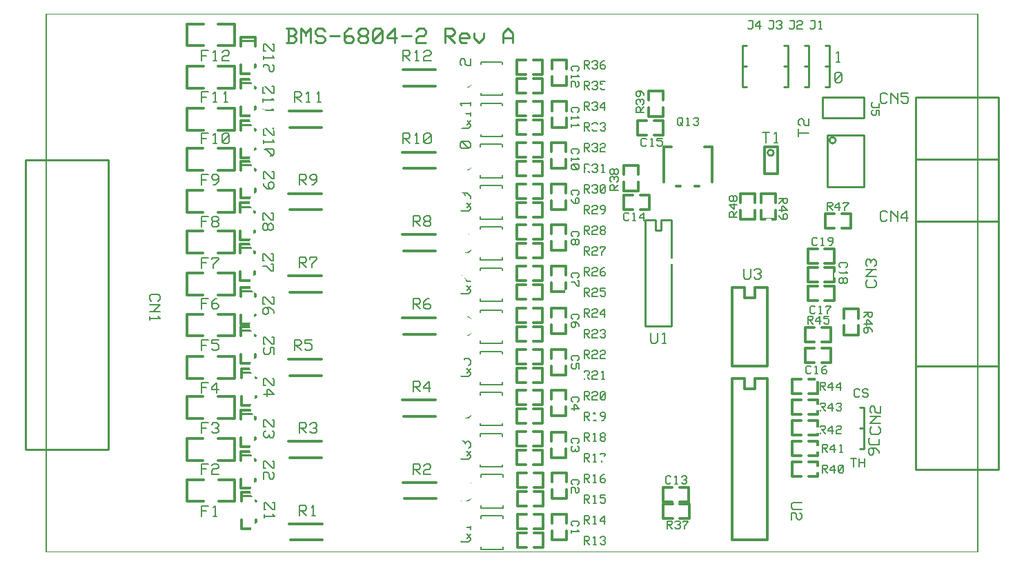
<source format=gto>
G04*
G04 Format:               Gerber RS-274X*
G04 Layer:                TopSilkscreen*
G04 This File Name:       bms.gto*
G04 Source File Name:     bms.rrb*
G04 Unique ID:            f0a94124-7116-492a-8d2f-4ebec7e5445f*
G04 Generated Date:       Thursday, 13 March 2014 15:34:31*
G04*
G04 Created Using:        Robot Room Copper Connection v2.5.5143*
G04 Software Contact:     http://www.robotroom.com/CopperConnection/Support.aspx*
G04 License Number:       1402*
G04*
G04 Zero Suppression:     Leading*
G04 Number Precision:     2.4*
G04*
%FSLAX24Y24*%
%MOIN*%
%LNTopSilkscreen*%
%ADD10C,.006*%
%ADD11C,.0062*%
%ADD12C,.0079*%
%ADD13C,.01*%
%ADD14C,.0109*%
%ADD15C,.012*%
%ADD16C,.031*%
%ADD17C,.037*%
%ADD18C,.056*%
%ADD19C,.07*%
%ADD20C,.1*%
%ADD21C,.25*%
%ADD22R,.006X.006*%
%ADD23R,.056X.056*%
%ADD24R,.07X.07*%
%ADD25R,.02X.026*%
%ADD26R,.03X.03*%
%ADD27R,.03X.055*%
%ADD28R,.04X.06*%
%ADD29R,.045X.08*%
%ADD30R,.053X.039*%
%ADD31R,.059X.039*%
%ADD32R,.059X.118*%
%ADD33R,.064X.064*%
%ADD34R,.08X.01*%
%ADD35R,.081X.114*%
%ADD36R,.13X.065*%
D10*
G01X21010Y250D02*
Y130D01*
X22070D01*
Y250D01*
Y1620D02*
Y1740D01*
X22030D02*
X21010D01*
Y1620D01*
Y2250D02*
Y2130D01*
X22070D01*
Y2250D01*
Y3620D02*
Y3740D01*
X22030D02*
X21010D01*
Y3620D01*
X20980Y4230D02*
Y4110D01*
X22040D01*
Y4230D01*
Y5600D02*
Y5720D01*
X22000D02*
X20980D01*
Y5600D01*
Y6230D02*
Y6110D01*
X22040D01*
Y6230D01*
Y7600D02*
Y7720D01*
X22000D02*
X20980D01*
Y7600D01*
Y8210D02*
Y8090D01*
X22040D01*
Y8210D01*
Y9580D02*
Y9700D01*
X22000D02*
X20980D01*
Y9580D01*
Y10210D02*
Y10090D01*
X22040D01*
Y10210D01*
Y11580D02*
Y11700D01*
X22000D02*
X20980D01*
Y11580D01*
Y12240D02*
Y12120D01*
X22040D01*
Y12240D01*
Y13610D02*
Y13730D01*
X22000D02*
X20980D01*
Y13610D01*
Y14240D02*
Y14120D01*
X22040D01*
Y14240D01*
Y15610D02*
Y15730D01*
X22000D02*
X20980D01*
Y15610D01*
Y16220D02*
Y16100D01*
X22040D01*
Y16220D01*
Y17590D02*
Y17710D01*
X22000D02*
X20980D01*
Y17590D01*
Y18220D02*
Y18100D01*
X22040D01*
Y18220D01*
Y19590D02*
Y19710D01*
X22000D02*
X20980D01*
Y19590D01*
X20990Y20200D02*
Y20080D01*
X22050D01*
Y20200D01*
Y21570D02*
Y21690D01*
X22010D02*
X20990D01*
Y21570D01*
Y22200D02*
Y22080D01*
X22050D01*
Y22200D01*
Y23570D02*
Y23690D01*
X22010D02*
X20990D01*
Y23570D01*
X26000Y750D02*
Y368D01*
Y750D02*
X26191D01*
X26255Y686D01*
Y623D01*
X26191Y559D01*
X26000D01*
X26064D02*
X26255Y368D01*
X26446Y686D02*
X26510Y750D01*
Y368D01*
X26446D02*
X26574D01*
X26765Y686D02*
X26829Y750D01*
X26956D01*
X27020Y686D01*
Y623D01*
X26956Y559D01*
X26892D01*
X26956D02*
X27020Y495D01*
Y431D01*
X26956Y368D01*
X26829D01*
X26765Y431D01*
X26000Y1750D02*
Y1367D01*
Y1750D02*
X26191D01*
X26255Y1686D01*
Y1622D01*
X26191Y1559D01*
X26000D01*
X26064D02*
X26255Y1367D01*
X26446Y1686D02*
X26510Y1750D01*
Y1367D01*
X26446D02*
X26574D01*
X27020Y1495D02*
X26765D01*
Y1559D01*
X26956Y1750D01*
Y1367D01*
X25431Y1245D02*
X25367Y1309D01*
Y1436D01*
X25431Y1500D01*
X25686D01*
X25750Y1436D01*
Y1309D01*
X25686Y1245D01*
Y1054D02*
X25750Y990D01*
X25367D01*
Y1054D02*
Y926D01*
X26000Y2750D02*
Y2368D01*
Y2750D02*
X26191D01*
X26255Y2686D01*
Y2623D01*
X26191Y2559D01*
X26000D01*
X26064D02*
X26255Y2368D01*
X26446Y2686D02*
X26510Y2750D01*
Y2368D01*
X26446D02*
X26574D01*
X26765Y2623D02*
Y2750D01*
X27020D01*
X26765Y2623D02*
X26956D01*
X27020Y2559D01*
Y2431D01*
X26956Y2368D01*
X26829D01*
X26765Y2431D01*
X26000Y3750D02*
Y3367D01*
Y3750D02*
X26191D01*
X26255Y3686D01*
Y3622D01*
X26191Y3559D01*
X26000D01*
X26064D02*
X26255Y3367D01*
X26446Y3686D02*
X26510Y3750D01*
Y3367D01*
X26446D02*
X26574D01*
X26765Y3495D02*
X26829Y3559D01*
X26956D01*
X27020Y3495D01*
Y3431D01*
X26956Y3367D01*
X26829D01*
X26765Y3431D01*
Y3495D01*
Y3622D01*
X26892Y3750D01*
X26956D01*
X25431Y3245D02*
X25367Y3309D01*
Y3436D01*
X25431Y3500D01*
X25686D01*
X25750Y3436D01*
Y3309D01*
X25686Y3245D01*
Y3118D02*
X25750Y3054D01*
Y2926D01*
X25686Y2863D01*
X25622D01*
X25559Y2926D01*
Y3054D01*
X25495Y3118D01*
X25367D01*
Y2863D01*
X30000Y1500D02*
Y1118D01*
Y1500D02*
X30191D01*
X30255Y1436D01*
Y1373D01*
X30191Y1309D01*
X30000D01*
X30064D02*
X30255Y1118D01*
X30382Y1436D02*
X30446Y1500D01*
X30574D01*
X30637Y1436D01*
Y1373D01*
X30574Y1309D01*
X30510D01*
X30574D02*
X30637Y1245D01*
Y1181D01*
X30574Y1118D01*
X30446D01*
X30382Y1181D01*
X30765Y1436D02*
Y1500D01*
X31020D01*
Y1436D01*
X30829Y1245D01*
Y1118D01*
X30185Y3351D02*
X30121Y3288D01*
X29994D01*
X29930Y3351D01*
Y3606D01*
X29994Y3670D01*
X30121D01*
X30185Y3606D01*
X30376D02*
X30440Y3670D01*
Y3288D01*
X30376D02*
X30504D01*
X30695Y3606D02*
X30759Y3670D01*
X30886D01*
X30950Y3606D01*
Y3543D01*
X30886Y3479D01*
X30822D01*
X30886D02*
X30950Y3415D01*
Y3351D01*
X30886Y3288D01*
X30759D01*
X30695Y3351D01*
X26000Y4750D02*
Y4368D01*
Y4750D02*
X26191D01*
X26255Y4686D01*
Y4623D01*
X26191Y4559D01*
X26000D01*
X26064D02*
X26255Y4368D01*
X26446Y4686D02*
X26510Y4750D01*
Y4368D01*
X26446D02*
X26574D01*
X26765Y4686D02*
Y4750D01*
X27020D01*
Y4686D01*
X26829Y4495D01*
Y4368D01*
X26000Y6750D02*
Y6367D01*
Y6750D02*
X26191D01*
X26255Y6686D01*
Y6622D01*
X26191Y6559D01*
X26000D01*
X26064D02*
X26255Y6367D01*
X26446Y6686D02*
X26510Y6750D01*
Y6367D01*
X26446D02*
X26574D01*
X27020Y6622D02*
X26956Y6559D01*
X26829D01*
X26765Y6622D01*
Y6686D01*
X26829Y6750D01*
X26956D01*
X27020Y6686D01*
Y6495D01*
X26892Y6367D01*
X26829D01*
X26000Y7750D02*
Y7368D01*
Y7750D02*
X26191D01*
X26255Y7686D01*
Y7623D01*
X26191Y7559D01*
X26000D01*
X26064D02*
X26255Y7368D01*
X26383Y7686D02*
X26446Y7750D01*
X26574D01*
X26638Y7686D01*
Y7623D01*
X26574Y7559D01*
X26446D01*
X26383Y7495D01*
Y7368D01*
X26638D01*
X26765Y7431D02*
Y7686D01*
X26829Y7750D01*
X26956D01*
X27020Y7686D01*
Y7431D01*
X26956Y7368D01*
X26829D01*
X26765Y7431D01*
X27020Y7686D02*
X26765Y7431D01*
X25431Y7245D02*
X25367Y7309D01*
Y7436D01*
X25431Y7500D01*
X25686D01*
X25750Y7436D01*
Y7309D01*
X25686Y7245D01*
X25495Y6862D02*
Y7117D01*
X25559D01*
X25750Y6926D01*
X25367D01*
X26000Y5750D02*
Y5368D01*
Y5750D02*
X26191D01*
X26255Y5686D01*
Y5623D01*
X26191Y5559D01*
X26000D01*
X26064D02*
X26255Y5368D01*
X26446Y5686D02*
X26510Y5750D01*
Y5368D01*
X26446D02*
X26574D01*
X26829Y5559D02*
X26765Y5623D01*
Y5686D01*
X26829Y5750D01*
X26956D01*
X27020Y5686D01*
Y5623D01*
X26956Y5559D01*
X26829D01*
X26956D02*
X27020Y5495D01*
Y5431D01*
X26956Y5368D01*
X26829D01*
X26765Y5431D01*
Y5495D01*
X26829Y5559D01*
X25431Y5245D02*
X25367Y5309D01*
Y5436D01*
X25431Y5500D01*
X25686D01*
X25750Y5436D01*
Y5309D01*
X25686Y5245D01*
Y5117D02*
X25750Y5054D01*
Y4926D01*
X25686Y4863D01*
X25622D01*
X25559Y4926D01*
Y4990D01*
Y4926D02*
X25495Y4863D01*
X25431D01*
X25367Y4926D01*
Y5054D01*
X25431Y5117D01*
X26000Y8750D02*
Y8367D01*
Y8750D02*
X26191D01*
X26255Y8686D01*
Y8622D01*
X26191Y8559D01*
X26000D01*
X26064D02*
X26255Y8367D01*
X26383Y8686D02*
X26446Y8750D01*
X26574D01*
X26638Y8686D01*
Y8622D01*
X26574Y8559D01*
X26446D01*
X26383Y8495D01*
Y8367D01*
X26638D01*
X26829Y8686D02*
X26892Y8750D01*
Y8367D01*
X26829D02*
X26956D01*
X26000Y10750D02*
Y10368D01*
Y10750D02*
X26191D01*
X26255Y10686D01*
Y10623D01*
X26191Y10559D01*
X26000D01*
X26064D02*
X26255Y10368D01*
X26383Y10686D02*
X26446Y10750D01*
X26574D01*
X26638Y10686D01*
Y10623D01*
X26574Y10559D01*
X26446D01*
X26383Y10495D01*
Y10368D01*
X26638D01*
X26765Y10686D02*
X26829Y10750D01*
X26956D01*
X27020Y10686D01*
Y10623D01*
X26956Y10559D01*
X26892D01*
X26956D02*
X27020Y10495D01*
Y10431D01*
X26956Y10368D01*
X26829D01*
X26765Y10431D01*
X26000Y11750D02*
Y11367D01*
Y11750D02*
X26191D01*
X26255Y11686D01*
Y11622D01*
X26191Y11559D01*
X26000D01*
X26064D02*
X26255Y11367D01*
X26383Y11686D02*
X26446Y11750D01*
X26574D01*
X26638Y11686D01*
Y11622D01*
X26574Y11559D01*
X26446D01*
X26383Y11495D01*
Y11367D01*
X26638D01*
X27020Y11495D02*
X26765D01*
Y11559D01*
X26956Y11750D01*
Y11367D01*
X25431Y11245D02*
X25367Y11309D01*
Y11436D01*
X25431Y11500D01*
X25686D01*
X25750Y11436D01*
Y11309D01*
X25686Y11245D01*
X25495Y11118D02*
X25559Y11054D01*
Y10926D01*
X25495Y10863D01*
X25431D01*
X25367Y10926D01*
Y11054D01*
X25431Y11118D01*
X25495D01*
X25622D01*
X25750Y10990D01*
Y10926D01*
X26000Y9750D02*
Y9368D01*
Y9750D02*
X26191D01*
X26255Y9686D01*
Y9623D01*
X26191Y9559D01*
X26000D01*
X26064D02*
X26255Y9368D01*
X26383Y9686D02*
X26446Y9750D01*
X26574D01*
X26638Y9686D01*
Y9623D01*
X26574Y9559D01*
X26446D01*
X26383Y9495D01*
Y9368D01*
X26638D01*
X26765Y9686D02*
X26829Y9750D01*
X26956D01*
X27020Y9686D01*
Y9623D01*
X26956Y9559D01*
X26829D01*
X26765Y9495D01*
Y9368D01*
X27020D01*
X25431Y9245D02*
X25367Y9309D01*
Y9436D01*
X25431Y9500D01*
X25686D01*
X25750Y9436D01*
Y9309D01*
X25686Y9245D01*
X25622Y9118D02*
X25750D01*
Y8863D01*
X25622Y9118D02*
Y8926D01*
X25559Y8863D01*
X25431D01*
X25367Y8926D01*
Y9054D01*
X25431Y9118D01*
X27250Y17500D02*
X27633D01*
X27250D02*
Y17691D01*
X27314Y17755D01*
X27378D01*
X27441Y17691D01*
Y17500D01*
Y17564D02*
X27633Y17755D01*
X27314Y17882D02*
X27250Y17946D01*
Y18074D01*
X27314Y18137D01*
X27378D01*
X27441Y18074D01*
Y18010D01*
Y18074D02*
X27505Y18137D01*
X27569D01*
X27633Y18074D01*
Y17946D01*
X27569Y17882D01*
X27441Y18329D02*
X27378Y18265D01*
X27314D01*
X27250Y18329D01*
Y18456D01*
X27314Y18520D01*
X27378D01*
X27441Y18456D01*
Y18329D01*
Y18456D02*
X27505Y18520D01*
X27569D01*
X27633Y18456D01*
Y18329D01*
X27569Y18265D01*
X27505D01*
X27441Y18329D01*
X36954Y25680D02*
X37145D01*
Y25361D01*
X37081Y25298D01*
X36954D01*
X36890Y25361D01*
X37336Y25616D02*
X37400Y25680D01*
Y25298D01*
X37336D02*
X37464D01*
X26000Y12750D02*
Y12368D01*
Y12750D02*
X26191D01*
X26255Y12686D01*
Y12623D01*
X26191Y12559D01*
X26000D01*
X26064D02*
X26255Y12368D01*
X26383Y12686D02*
X26446Y12750D01*
X26574D01*
X26638Y12686D01*
Y12623D01*
X26574Y12559D01*
X26446D01*
X26383Y12495D01*
Y12368D01*
X26638D01*
X26765Y12623D02*
Y12750D01*
X27020D01*
X26765Y12623D02*
X26956D01*
X27020Y12559D01*
Y12431D01*
X26956Y12368D01*
X26829D01*
X26765Y12431D01*
X26000Y14750D02*
Y14368D01*
Y14750D02*
X26191D01*
X26255Y14686D01*
Y14623D01*
X26191Y14559D01*
X26000D01*
X26064D02*
X26255Y14368D01*
X26383Y14686D02*
X26446Y14750D01*
X26574D01*
X26638Y14686D01*
Y14623D01*
X26574Y14559D01*
X26446D01*
X26383Y14495D01*
Y14368D01*
X26638D01*
X26765Y14686D02*
Y14750D01*
X27020D01*
Y14686D01*
X26829Y14495D01*
Y14368D01*
X26000Y15750D02*
Y15368D01*
Y15750D02*
X26191D01*
X26255Y15686D01*
Y15622D01*
X26191Y15559D01*
X26000D01*
X26064D02*
X26255Y15368D01*
X26383Y15686D02*
X26446Y15750D01*
X26574D01*
X26638Y15686D01*
Y15622D01*
X26574Y15559D01*
X26446D01*
X26383Y15495D01*
Y15368D01*
X26638D01*
X26829Y15559D02*
X26765Y15622D01*
Y15686D01*
X26829Y15750D01*
X26956D01*
X27020Y15686D01*
Y15622D01*
X26956Y15559D01*
X26829D01*
X26956D02*
X27020Y15495D01*
Y15431D01*
X26956Y15368D01*
X26829D01*
X26765Y15431D01*
Y15495D01*
X26829Y15559D01*
X25431Y15245D02*
X25367Y15309D01*
Y15436D01*
X25431Y15500D01*
X25686D01*
X25750Y15436D01*
Y15309D01*
X25686Y15245D01*
X25559Y15054D02*
X25622Y15117D01*
X25686D01*
X25750Y15054D01*
Y14926D01*
X25686Y14863D01*
X25622D01*
X25559Y14926D01*
Y15054D01*
Y14926D02*
X25495Y14863D01*
X25431D01*
X25367Y14926D01*
Y15054D01*
X25431Y15117D01*
X25495D01*
X25559Y15054D01*
X26000Y13750D02*
Y13368D01*
Y13750D02*
X26191D01*
X26255Y13686D01*
Y13623D01*
X26191Y13559D01*
X26000D01*
X26064D02*
X26255Y13368D01*
X26383Y13686D02*
X26446Y13750D01*
X26574D01*
X26638Y13686D01*
Y13623D01*
X26574Y13559D01*
X26446D01*
X26383Y13495D01*
Y13368D01*
X26638D01*
X26765Y13495D02*
X26829Y13559D01*
X26956D01*
X27020Y13495D01*
Y13431D01*
X26956Y13368D01*
X26829D01*
X26765Y13431D01*
Y13495D01*
Y13623D01*
X26892Y13750D01*
X26956D01*
X25431Y13245D02*
X25367Y13309D01*
Y13436D01*
X25431Y13500D01*
X25686D01*
X25750Y13436D01*
Y13309D01*
X25686Y13245D01*
Y13118D02*
X25750D01*
Y12863D01*
X25686D01*
X25495Y13054D01*
X25367D01*
X26000Y16750D02*
Y16367D01*
Y16750D02*
X26191D01*
X26255Y16686D01*
Y16622D01*
X26191Y16559D01*
X26000D01*
X26064D02*
X26255Y16367D01*
X26383Y16686D02*
X26446Y16750D01*
X26574D01*
X26638Y16686D01*
Y16622D01*
X26574Y16559D01*
X26446D01*
X26383Y16495D01*
Y16367D01*
X26638D01*
X27020Y16622D02*
X26956Y16559D01*
X26829D01*
X26765Y16622D01*
Y16686D01*
X26829Y16750D01*
X26956D01*
X27020Y16686D01*
Y16495D01*
X26892Y16367D01*
X26829D01*
X26000Y18750D02*
Y18368D01*
Y18750D02*
X26191D01*
X26255Y18686D01*
Y18623D01*
X26191Y18559D01*
X26000D01*
X26064D02*
X26255Y18368D01*
X26383Y18686D02*
X26446Y18750D01*
X26574D01*
X26638Y18686D01*
Y18623D01*
X26574Y18559D01*
X26510D01*
X26574D02*
X26638Y18495D01*
Y18431D01*
X26574Y18368D01*
X26446D01*
X26383Y18431D01*
X26829Y18686D02*
X26892Y18750D01*
Y18368D01*
X26829D02*
X26956D01*
X26000Y19750D02*
Y19367D01*
Y19750D02*
X26191D01*
X26255Y19686D01*
Y19623D01*
X26191Y19559D01*
X26000D01*
X26064D02*
X26255Y19367D01*
X26383Y19686D02*
X26446Y19750D01*
X26574D01*
X26638Y19686D01*
Y19623D01*
X26574Y19559D01*
X26510D01*
X26574D02*
X26638Y19495D01*
Y19431D01*
X26574Y19367D01*
X26446D01*
X26383Y19431D01*
X26765Y19686D02*
X26829Y19750D01*
X26956D01*
X27020Y19686D01*
Y19623D01*
X26956Y19559D01*
X26829D01*
X26765Y19495D01*
Y19367D01*
X27020D01*
X25431Y19245D02*
X25367Y19309D01*
Y19436D01*
X25431Y19500D01*
X25686D01*
X25750Y19436D01*
Y19309D01*
X25686Y19245D01*
Y19054D02*
X25750Y18990D01*
X25367D01*
Y19054D02*
Y18926D01*
X25431Y18735D02*
X25686D01*
X25750Y18671D01*
Y18544D01*
X25686Y18480D01*
X25431D01*
X25367Y18544D01*
Y18671D01*
X25431Y18735D01*
X25686Y18480D02*
X25431Y18735D01*
X26000Y17750D02*
Y17368D01*
Y17750D02*
X26191D01*
X26255Y17686D01*
Y17623D01*
X26191Y17559D01*
X26000D01*
X26064D02*
X26255Y17368D01*
X26383Y17686D02*
X26446Y17750D01*
X26574D01*
X26638Y17686D01*
Y17623D01*
X26574Y17559D01*
X26510D01*
X26574D02*
X26638Y17495D01*
Y17431D01*
X26574Y17368D01*
X26446D01*
X26383Y17431D01*
X26765D02*
Y17686D01*
X26829Y17750D01*
X26956D01*
X27020Y17686D01*
Y17431D01*
X26956Y17368D01*
X26829D01*
X26765Y17431D01*
X27020Y17686D02*
X26765Y17431D01*
X25431Y17245D02*
X25367Y17309D01*
Y17436D01*
X25431Y17500D01*
X25686D01*
X25750Y17436D01*
Y17309D01*
X25686Y17245D01*
X25622Y16863D02*
X25559Y16926D01*
Y17054D01*
X25622Y17118D01*
X25686D01*
X25750Y17054D01*
Y16926D01*
X25686Y16863D01*
X25495D01*
X25367Y16990D01*
Y17054D01*
X28155Y16081D02*
X28091Y16017D01*
X27964D01*
X27900Y16081D01*
Y16336D01*
X27964Y16400D01*
X28091D01*
X28155Y16336D01*
X28346D02*
X28410Y16400D01*
Y16017D01*
X28346D02*
X28474D01*
X28920Y16145D02*
X28665D01*
Y16209D01*
X28856Y16400D01*
Y16017D01*
X26000Y20750D02*
Y20367D01*
Y20750D02*
X26191D01*
X26255Y20686D01*
Y20622D01*
X26191Y20559D01*
X26000D01*
X26064D02*
X26255Y20367D01*
X26383Y20686D02*
X26446Y20750D01*
X26574D01*
X26638Y20686D01*
Y20622D01*
X26574Y20559D01*
X26510D01*
X26574D02*
X26638Y20495D01*
Y20431D01*
X26574Y20367D01*
X26446D01*
X26383Y20431D01*
X26765Y20686D02*
X26829Y20750D01*
X26956D01*
X27020Y20686D01*
Y20622D01*
X26956Y20559D01*
X26892D01*
X26956D02*
X27020Y20495D01*
Y20431D01*
X26956Y20367D01*
X26829D01*
X26765Y20431D01*
X26000Y22750D02*
Y22367D01*
Y22750D02*
X26191D01*
X26255Y22686D01*
Y22623D01*
X26191Y22559D01*
X26000D01*
X26064D02*
X26255Y22367D01*
X26383Y22686D02*
X26446Y22750D01*
X26574D01*
X26638Y22686D01*
Y22623D01*
X26574Y22559D01*
X26510D01*
X26574D02*
X26638Y22495D01*
Y22431D01*
X26574Y22367D01*
X26446D01*
X26383Y22431D01*
X26765Y22623D02*
Y22750D01*
X27020D01*
X26765Y22623D02*
X26956D01*
X27020Y22559D01*
Y22431D01*
X26956Y22367D01*
X26829D01*
X26765Y22431D01*
X26000Y23750D02*
Y23368D01*
Y23750D02*
X26191D01*
X26255Y23686D01*
Y23622D01*
X26191Y23559D01*
X26000D01*
X26064D02*
X26255Y23368D01*
X26383Y23686D02*
X26446Y23750D01*
X26574D01*
X26638Y23686D01*
Y23622D01*
X26574Y23559D01*
X26510D01*
X26574D02*
X26638Y23495D01*
Y23431D01*
X26574Y23368D01*
X26446D01*
X26383Y23431D01*
X26765Y23495D02*
X26829Y23559D01*
X26956D01*
X27020Y23495D01*
Y23431D01*
X26956Y23368D01*
X26829D01*
X26765Y23431D01*
Y23495D01*
Y23622D01*
X26892Y23750D01*
X26956D01*
X25431Y23245D02*
X25367Y23309D01*
Y23436D01*
X25431Y23500D01*
X25686D01*
X25750Y23436D01*
Y23309D01*
X25686Y23245D01*
Y23054D02*
X25750Y22990D01*
X25367D01*
Y23054D02*
Y22926D01*
X25686Y22735D02*
X25750Y22671D01*
Y22544D01*
X25686Y22480D01*
X25622D01*
X25559Y22544D01*
Y22671D01*
X25495Y22735D01*
X25367D01*
Y22480D01*
X26000Y21750D02*
Y21367D01*
Y21750D02*
X26191D01*
X26255Y21686D01*
Y21623D01*
X26191Y21559D01*
X26000D01*
X26064D02*
X26255Y21367D01*
X26383Y21686D02*
X26446Y21750D01*
X26574D01*
X26638Y21686D01*
Y21623D01*
X26574Y21559D01*
X26510D01*
X26574D02*
X26638Y21495D01*
Y21431D01*
X26574Y21367D01*
X26446D01*
X26383Y21431D01*
X27020Y21495D02*
X26765D01*
Y21559D01*
X26956Y21750D01*
Y21367D01*
X25431Y21245D02*
X25367Y21309D01*
Y21436D01*
X25431Y21500D01*
X25686D01*
X25750Y21436D01*
Y21309D01*
X25686Y21245D01*
Y21054D02*
X25750Y20990D01*
X25367D01*
Y21054D02*
Y20926D01*
X25686Y20671D02*
X25750Y20607D01*
X25367D01*
Y20671D02*
Y20544D01*
X30500Y20681D02*
Y20873D01*
Y20936D01*
X30564Y21000D01*
X30691D01*
X30755Y20936D01*
Y20745D01*
X30627Y20617D01*
X30564D01*
X30500Y20681D01*
X30627Y20745D02*
X30755Y20617D01*
X30946Y20936D02*
X31010Y21000D01*
Y20617D01*
X30946D02*
X31074D01*
X31265Y20936D02*
X31329Y21000D01*
X31456D01*
X31520Y20936D01*
Y20873D01*
X31456Y20809D01*
X31392D01*
X31456D02*
X31520Y20745D01*
Y20681D01*
X31456Y20617D01*
X31329D01*
X31265Y20681D01*
X28500Y21250D02*
X28883D01*
X28500D02*
Y21441D01*
X28564Y21505D01*
X28628D01*
X28691Y21441D01*
Y21250D01*
Y21314D02*
X28883Y21505D01*
X28564Y21633D02*
X28500Y21696D01*
Y21824D01*
X28564Y21888D01*
X28628D01*
X28691Y21824D01*
Y21760D01*
Y21824D02*
X28755Y21888D01*
X28819D01*
X28883Y21824D01*
Y21696D01*
X28819Y21633D01*
X28628Y22270D02*
X28691Y22206D01*
Y22079D01*
X28628Y22015D01*
X28564D01*
X28500Y22079D01*
Y22206D01*
X28564Y22270D01*
X28755D01*
X28883Y22143D01*
Y22079D01*
X29005Y19681D02*
X28941Y19618D01*
X28814D01*
X28750Y19681D01*
Y19936D01*
X28814Y20000D01*
X28941D01*
X29005Y19936D01*
X29196D02*
X29260Y20000D01*
Y19618D01*
X29196D02*
X29324D01*
X29515Y19873D02*
Y20000D01*
X29770D01*
X29515Y19873D02*
X29706D01*
X29770Y19809D01*
Y19681D01*
X29706Y19618D01*
X29579D01*
X29515Y19681D01*
X34954Y25680D02*
X35145D01*
Y25361D01*
X35081Y25298D01*
X34954D01*
X34890Y25361D01*
X35272Y25616D02*
X35336Y25680D01*
X35464D01*
X35527Y25616D01*
Y25552D01*
X35464Y25489D01*
X35400D01*
X35464D02*
X35527Y25425D01*
Y25361D01*
X35464Y25298D01*
X35336D01*
X35272Y25361D01*
X33954Y25680D02*
X34145D01*
Y25361D01*
X34081Y25298D01*
X33954D01*
X33890Y25361D01*
X34527Y25425D02*
X34272D01*
Y25489D01*
X34464Y25680D01*
Y25298D01*
X37740Y16900D02*
Y16518D01*
Y16900D02*
X37931D01*
X37995Y16836D01*
Y16773D01*
X37931Y16709D01*
X37740D01*
X37804D02*
X37995Y16518D01*
X38377Y16645D02*
X38122D01*
Y16709D01*
X38314Y16900D01*
Y16518D01*
X38505Y16836D02*
Y16900D01*
X38760D01*
Y16836D01*
X38569Y16645D01*
Y16518D01*
X40250Y21686D02*
Y21495D01*
X39931D01*
X39867Y21559D01*
Y21686D01*
X39931Y21750D01*
X40122Y21367D02*
X40250D01*
Y21113D01*
X40122Y21367D02*
Y21176D01*
X40059Y21113D01*
X39931D01*
X39867Y21176D01*
Y21304D01*
X39931Y21367D01*
X39900Y11600D02*
X39518D01*
X39900D02*
Y11409D01*
X39836Y11345D01*
X39773D01*
X39709Y11409D01*
Y11600D01*
Y11536D02*
X39518Y11345D01*
X39645Y10962D02*
Y11217D01*
X39709D01*
X39900Y11026D01*
X39518D01*
X39645Y10835D02*
X39709Y10771D01*
Y10644D01*
X39645Y10580D01*
X39581D01*
X39518Y10644D01*
Y10771D01*
X39581Y10835D01*
X39645D01*
X39773D01*
X39900Y10708D01*
Y10644D01*
X36800Y11400D02*
Y11017D01*
Y11400D02*
X36991D01*
X37055Y11336D01*
Y11272D01*
X36991Y11209D01*
X36800D01*
X36864D02*
X37055Y11017D01*
X37437Y11145D02*
X37182D01*
Y11209D01*
X37374Y11400D01*
Y11017D01*
X37565Y11272D02*
Y11400D01*
X37820D01*
X37565Y11272D02*
X37756D01*
X37820Y11209D01*
Y11081D01*
X37756Y11017D01*
X37629D01*
X37565Y11081D01*
X36955Y8681D02*
X36891Y8618D01*
X36764D01*
X36700Y8681D01*
Y8936D01*
X36764Y9000D01*
X36891D01*
X36955Y8936D01*
X37146D02*
X37210Y9000D01*
Y8618D01*
X37146D02*
X37274D01*
X37465Y8745D02*
X37529Y8809D01*
X37656D01*
X37720Y8745D01*
Y8681D01*
X37656Y8618D01*
X37529D01*
X37465Y8681D01*
Y8745D01*
Y8873D01*
X37593Y9000D01*
X37656D01*
X37400Y8200D02*
Y7817D01*
Y8200D02*
X37591D01*
X37655Y8136D01*
Y8072D01*
X37591Y8009D01*
X37400D01*
X37464D02*
X37655Y7817D01*
X38038Y7945D02*
X37783D01*
Y8009D01*
X37974Y8200D01*
Y7817D01*
X38420Y7945D02*
X38165D01*
Y8009D01*
X38356Y8200D01*
Y7817D01*
X37400Y7200D02*
Y6818D01*
Y7200D02*
X37591D01*
X37655Y7136D01*
Y7073D01*
X37591Y7009D01*
X37400D01*
X37464D02*
X37655Y6818D01*
X38038Y6945D02*
X37783D01*
Y7009D01*
X37974Y7200D01*
Y6818D01*
X38165Y7136D02*
X38229Y7200D01*
X38356D01*
X38420Y7136D01*
Y7073D01*
X38356Y7009D01*
X38293D01*
X38356D02*
X38420Y6945D01*
Y6881D01*
X38356Y6818D01*
X38229D01*
X38165Y6881D01*
X37400Y6100D02*
Y5718D01*
Y6100D02*
X37591D01*
X37655Y6036D01*
Y5973D01*
X37591Y5909D01*
X37400D01*
X37464D02*
X37655Y5718D01*
X38038Y5845D02*
X37783D01*
Y5909D01*
X37974Y6100D01*
Y5718D01*
X38165Y6036D02*
X38229Y6100D01*
X38356D01*
X38420Y6036D01*
Y5973D01*
X38356Y5909D01*
X38229D01*
X38165Y5845D01*
Y5718D01*
X38420D01*
X37500Y5200D02*
Y4818D01*
Y5200D02*
X37691D01*
X37755Y5136D01*
Y5073D01*
X37691Y5009D01*
X37500D01*
X37564D02*
X37755Y4818D01*
X38137Y4945D02*
X37882D01*
Y5009D01*
X38074Y5200D01*
Y4818D01*
X38329Y5136D02*
X38392Y5200D01*
Y4818D01*
X38329D02*
X38456D01*
X37500Y4200D02*
Y3818D01*
Y4200D02*
X37691D01*
X37755Y4136D01*
Y4073D01*
X37691Y4009D01*
X37500D01*
X37564D02*
X37755Y3818D01*
X38137Y3945D02*
X37882D01*
Y4009D01*
X38074Y4200D01*
Y3818D01*
X38265Y3881D02*
Y4136D01*
X38329Y4200D01*
X38456D01*
X38520Y4136D01*
Y3881D01*
X38456Y3818D01*
X38329D01*
X38265Y3881D01*
X38520Y4136D02*
X38265Y3881D01*
X33000Y16200D02*
X33382D01*
X33000D02*
Y16391D01*
X33064Y16455D01*
X33127D01*
X33191Y16391D01*
Y16200D01*
Y16264D02*
X33382Y16455D01*
X33255Y16837D02*
Y16582D01*
X33191D01*
X33000Y16774D01*
X33382D01*
X33191Y17029D02*
X33127Y16965D01*
X33064D01*
X33000Y17029D01*
Y17156D01*
X33064Y17220D01*
X33127D01*
X33191Y17156D01*
Y17029D01*
Y17156D02*
X33255Y17220D01*
X33319D01*
X33382Y17156D01*
Y17029D01*
X33319Y16965D01*
X33255D01*
X33191Y17029D01*
X38381Y13745D02*
X38317Y13809D01*
Y13936D01*
X38381Y14000D01*
X38636D01*
X38700Y13936D01*
Y13809D01*
X38636Y13745D01*
Y13554D02*
X38700Y13490D01*
X38317D01*
Y13554D02*
Y13426D01*
X38509Y13171D02*
X38572Y13235D01*
X38636D01*
X38700Y13171D01*
Y13044D01*
X38636Y12980D01*
X38572D01*
X38509Y13044D01*
Y13171D01*
Y13044D02*
X38445Y12980D01*
X38381D01*
X38317Y13044D01*
Y13171D01*
X38381Y13235D01*
X38445D01*
X38509Y13171D01*
X37155Y11581D02*
X37091Y11518D01*
X36964D01*
X36900Y11581D01*
Y11836D01*
X36964Y11900D01*
X37091D01*
X37155Y11836D01*
X37346D02*
X37410Y11900D01*
Y11518D01*
X37346D02*
X37474D01*
X37665Y11836D02*
Y11900D01*
X37920D01*
Y11836D01*
X37729Y11645D01*
Y11518D01*
X37255Y14881D02*
X37191Y14818D01*
X37064D01*
X37000Y14881D01*
Y15136D01*
X37064Y15200D01*
X37191D01*
X37255Y15136D01*
X37446D02*
X37510Y15200D01*
Y14818D01*
X37446D02*
X37574D01*
X38020Y15073D02*
X37956Y15009D01*
X37829D01*
X37765Y15073D01*
Y15136D01*
X37829Y15200D01*
X37956D01*
X38020Y15136D01*
Y14945D01*
X37893Y14818D01*
X37829D01*
X35800Y17100D02*
X35417D01*
X35800D02*
Y16909D01*
X35736Y16845D01*
X35672D01*
X35609Y16909D01*
Y17100D01*
Y17036D02*
X35417Y16845D01*
X35545Y16463D02*
Y16718D01*
X35609D01*
X35800Y16526D01*
X35417D01*
X35672Y16080D02*
X35609Y16144D01*
Y16271D01*
X35672Y16335D01*
X35736D01*
X35800Y16271D01*
Y16144D01*
X35736Y16080D01*
X35545D01*
X35417Y16208D01*
Y16271D01*
X35954Y25680D02*
X36145D01*
Y25361D01*
X36081Y25298D01*
X35954D01*
X35890Y25361D01*
X36273Y25616D02*
X36336Y25680D01*
X36464D01*
X36528Y25616D01*
Y25552D01*
X36464Y25489D01*
X36336D01*
X36273Y25425D01*
Y25298D01*
X36528D01*
D11*
X39305Y7559D02*
X39239Y7493D01*
X39106D01*
X39040Y7559D01*
Y7824D01*
X39106Y7890D01*
X39239D01*
X39305Y7824D01*
X39636Y7691D02*
X39504D01*
X39438Y7757D01*
Y7824D01*
X39504Y7890D01*
X39636D01*
X39703Y7824D01*
X39636Y7691D02*
X39703Y7625D01*
Y7559D01*
X39636Y7493D01*
X39504D01*
X39438Y7559D01*
X38870Y4520D02*
X39135D01*
X39003D02*
Y4123D01*
X39268Y4520D02*
Y4123D01*
Y4321D02*
X39533D01*
Y4520D02*
Y4123D01*
D12*
X38184Y24116D02*
X38268Y24200D01*
Y23697D01*
X38184D02*
X38351D01*
X38100Y22781D02*
Y23116D01*
X38184Y23200D01*
X38351D01*
X38435Y23116D01*
Y22781D01*
X38351Y22698D01*
X38184D01*
X38100Y22781D01*
X38435Y23116D02*
X38100Y22781D01*
X20419Y500D02*
X20168D01*
X20084D01*
X20000Y584D01*
Y751D01*
X20084Y835D01*
X20335D01*
X20503Y667D01*
Y584D01*
X20419Y500D01*
X20335Y667D02*
X20503Y835D01*
X20084Y1086D02*
X20000Y1170D01*
X20503D01*
Y1086D02*
Y1254D01*
X40019Y13135D02*
X40103Y13051D01*
Y12884D01*
X40019Y12800D01*
X39684D01*
X39600Y12884D01*
Y13051D01*
X39684Y13135D01*
X40103Y13302D02*
X39600D01*
X39935Y13637D01*
X39600D02*
X40103D01*
X39684Y13805D02*
X39600Y13889D01*
Y14056D01*
X39684Y14140D01*
X39768D01*
X39851Y14056D01*
Y13972D01*
Y14056D02*
X39935Y14140D01*
X40019D01*
X40103Y14056D01*
Y13889D01*
X40019Y13805D01*
X29535Y10600D02*
Y10181D01*
X29451Y10097D01*
X29284D01*
X29200Y10181D01*
Y10600D01*
X29786Y10516D02*
X29870Y10600D01*
Y10097D01*
X29786D02*
X29954D01*
X5081Y12125D02*
X4997Y12209D01*
Y12376D01*
X5081Y12460D01*
X5416D01*
X5500Y12376D01*
Y12209D01*
X5416Y12125D01*
X4997Y11958D02*
X5500D01*
X5165Y11622D01*
X5500D02*
X4997D01*
X5416Y11371D02*
X5500Y11287D01*
X4997D01*
Y11371D02*
Y11204D01*
X12250Y2250D02*
Y1747D01*
Y2250D02*
X12501D01*
X12585Y2166D01*
Y2082D01*
X12501Y1999D01*
X12250D01*
X12334D02*
X12585Y1747D01*
X12836Y2166D02*
X12920Y2250D01*
Y1747D01*
X12836D02*
X13004D01*
X17750Y4250D02*
Y3747D01*
Y4250D02*
X18001D01*
X18085Y4166D01*
Y4082D01*
X18001Y3999D01*
X17750D01*
X17834D02*
X18085Y3747D01*
X18252Y4166D02*
X18336Y4250D01*
X18504D01*
X18588Y4166D01*
Y4082D01*
X18504Y3999D01*
X18336D01*
X18252Y3915D01*
Y3747D01*
X18588D01*
X7500Y23748D02*
Y23999D01*
Y24250D01*
X7835D01*
X7500Y23999D02*
X7751D01*
X8086Y24166D02*
X8170Y24250D01*
Y23748D01*
X8086D02*
X8254D01*
X8505Y24166D02*
X8589Y24250D01*
X8756D01*
X8840Y24166D01*
Y24083D01*
X8756Y23999D01*
X8589D01*
X8505Y23915D01*
Y23748D01*
X8840D01*
X20419Y2500D02*
X20168D01*
X20084D01*
X20000Y2584D01*
Y2751D01*
X20084Y2835D01*
X20335D01*
X20503Y2667D01*
Y2584D01*
X20419Y2500D01*
X20335Y2667D02*
X20503Y2835D01*
X20084Y3002D02*
X20000Y3086D01*
Y3254D01*
X20084Y3338D01*
X20168D01*
X20251Y3254D01*
Y3086D01*
X20335Y3002D01*
X20503D01*
Y3338D01*
X7500Y3758D02*
Y4009D01*
Y4260D01*
X7835D01*
X7500Y4009D02*
X7751D01*
X8002Y4176D02*
X8086Y4260D01*
X8254D01*
X8338Y4176D01*
Y4093D01*
X8254Y4009D01*
X8086D01*
X8002Y3925D01*
Y3758D01*
X8338D01*
X7500Y1727D02*
Y1979D01*
Y2230D01*
X7835D01*
X7500Y1979D02*
X7751D01*
X8086Y2146D02*
X8170Y2230D01*
Y1727D01*
X8086D02*
X8254D01*
X20419Y4500D02*
X20168D01*
X20084D01*
X20000Y4584D01*
Y4751D01*
X20084Y4835D01*
X20335D01*
X20503Y4668D01*
Y4584D01*
X20419Y4500D01*
X20335Y4668D02*
X20503Y4835D01*
X20084Y5003D02*
X20000Y5086D01*
Y5254D01*
X20084Y5338D01*
X20168D01*
X20251Y5254D01*
Y5170D01*
Y5254D02*
X20335Y5338D01*
X20419D01*
X20503Y5254D01*
Y5086D01*
X20419Y5003D01*
Y6500D02*
X20168D01*
X20084D01*
X20000Y6584D01*
Y6751D01*
X20084Y6835D01*
X20335D01*
X20503Y6668D01*
Y6584D01*
X20419Y6500D01*
X20335Y6668D02*
X20503Y6835D01*
X20335Y7338D02*
Y7003D01*
X20251D01*
X20000Y7254D01*
X20503D01*
X10926Y6370D02*
X11010D01*
Y6035D01*
X10926D01*
X10591Y6370D01*
Y6035D02*
X10508D01*
Y6370D01*
X10591D01*
X10926Y5867D02*
X11010Y5784D01*
Y5616D01*
X10926Y5532D01*
X10842D01*
X10759Y5616D01*
Y5700D01*
Y5616D02*
X10675Y5532D01*
X10591D01*
X10508Y5616D01*
Y5784D01*
X10591Y5867D01*
X12250Y6250D02*
Y5747D01*
Y6250D02*
X12501D01*
X12585Y6166D01*
Y6082D01*
X12501Y5999D01*
X12250D01*
X12334D02*
X12585Y5747D01*
X12752Y6166D02*
X12836Y6250D01*
X13004D01*
X13087Y6166D01*
Y6082D01*
X13004Y5999D01*
X12920D01*
X13004D02*
X13087Y5915D01*
Y5831D01*
X13004Y5747D01*
X12836D01*
X12752Y5831D01*
X17750Y8250D02*
Y7748D01*
Y8250D02*
X18001D01*
X18085Y8166D01*
Y8083D01*
X18001Y7999D01*
X17750D01*
X17834D02*
X18085Y7748D01*
X18588Y7915D02*
X18252D01*
Y7999D01*
X18504Y8250D01*
Y7748D01*
X7500Y5747D02*
Y5999D01*
Y6250D01*
X7835D01*
X7500Y5999D02*
X7751D01*
X8002Y6166D02*
X8086Y6250D01*
X8254D01*
X8338Y6166D01*
Y6082D01*
X8254Y5999D01*
X8170D01*
X8254D02*
X8338Y5915D01*
Y5831D01*
X8254Y5747D01*
X8086D01*
X8002Y5831D01*
X20419Y8500D02*
X20168D01*
X20084D01*
X20000Y8584D01*
Y8751D01*
X20084Y8835D01*
X20335D01*
X20503Y8668D01*
Y8584D01*
X20419Y8500D01*
X20335Y8668D02*
X20503Y8835D01*
X20168Y9003D02*
X20000D01*
Y9338D01*
X20168Y9003D02*
Y9254D01*
X20251Y9338D01*
X20419D01*
X20503Y9254D01*
Y9086D01*
X20419Y9003D01*
Y10500D02*
X20168D01*
X20084D01*
X20000Y10584D01*
Y10751D01*
X20084Y10835D01*
X20335D01*
X20503Y10667D01*
Y10584D01*
X20419Y10500D01*
X20335Y10667D02*
X20503Y10835D01*
X20335Y11003D02*
X20251Y11086D01*
Y11254D01*
X20335Y11338D01*
X20419D01*
X20503Y11254D01*
Y11086D01*
X20419Y11003D01*
X20335D01*
X20168D01*
X20000Y11170D01*
Y11254D01*
X12000Y10250D02*
Y9747D01*
Y10250D02*
X12251D01*
X12335Y10166D01*
Y10083D01*
X12251Y9999D01*
X12000D01*
X12084D02*
X12335Y9747D01*
X12502Y10083D02*
Y10250D01*
X12837D01*
X12502Y10083D02*
X12754D01*
X12837Y9999D01*
Y9831D01*
X12754Y9747D01*
X12586D01*
X12502Y9831D01*
X17750Y12250D02*
Y11747D01*
Y12250D02*
X18001D01*
X18085Y12166D01*
Y12082D01*
X18001Y11999D01*
X17750D01*
X17834D02*
X18085Y11747D01*
X18252Y11915D02*
X18336Y11999D01*
X18504D01*
X18588Y11915D01*
Y11831D01*
X18504Y11747D01*
X18336D01*
X18252Y11831D01*
Y11915D01*
Y12082D01*
X18420Y12250D01*
X18504D01*
X7500Y9747D02*
Y9999D01*
Y10250D01*
X7835D01*
X7500Y9999D02*
X7751D01*
X8002Y10083D02*
Y10250D01*
X8338D01*
X8002Y10083D02*
X8254D01*
X8338Y9999D01*
Y9831D01*
X8254Y9747D01*
X8086D01*
X8002Y9831D01*
X10926Y4370D02*
X11010D01*
Y4035D01*
X10926D01*
X10591Y4370D01*
Y4035D02*
X10508D01*
Y4370D01*
X10591D01*
X10926Y3867D02*
X11010Y3784D01*
Y3616D01*
X10926Y3532D01*
X10842D01*
X10759Y3616D01*
Y3784D01*
X10675Y3867D01*
X10508D01*
Y3532D01*
X7500Y7697D02*
Y7949D01*
Y8200D01*
X7835D01*
X7500Y7949D02*
X7751D01*
X8338Y7865D02*
X8002D01*
Y7949D01*
X8254Y8200D01*
Y7697D01*
X10906Y12310D02*
X10990D01*
Y11975D01*
X10906D01*
X10571Y12310D01*
Y11975D02*
X10488D01*
Y12310D01*
X10571D01*
X10655Y11807D02*
X10739Y11724D01*
Y11556D01*
X10655Y11472D01*
X10571D01*
X10488Y11556D01*
Y11724D01*
X10571Y11807D01*
X10655D01*
X10822D01*
X10990Y11640D01*
Y11556D01*
X20419Y12500D02*
X20168D01*
X20084D01*
X20000Y12584D01*
Y12751D01*
X20084Y12835D01*
X20335D01*
X20503Y12667D01*
Y12584D01*
X20419Y12500D01*
X20335Y12667D02*
X20503Y12835D01*
X20084Y13002D02*
X20000D01*
Y13337D01*
X20084D01*
X20335Y13086D01*
X20503D01*
X7500Y11757D02*
Y12009D01*
Y12260D01*
X7835D01*
X7500Y12009D02*
X7751D01*
X8002Y11925D02*
X8086Y12009D01*
X8254D01*
X8338Y11925D01*
Y11841D01*
X8254Y11757D01*
X8086D01*
X8002Y11841D01*
Y11925D01*
Y12092D01*
X8170Y12260D01*
X8254D01*
X20419Y14500D02*
X20168D01*
X20084D01*
X20000Y14584D01*
Y14751D01*
X20084Y14835D01*
X20335D01*
X20503Y14668D01*
Y14584D01*
X20419Y14500D01*
X20335Y14668D02*
X20503Y14835D01*
X20251Y15086D02*
X20168Y15002D01*
X20084D01*
X20000Y15086D01*
Y15254D01*
X20084Y15337D01*
X20168D01*
X20251Y15254D01*
Y15086D01*
Y15254D02*
X20335Y15337D01*
X20419D01*
X20503Y15254D01*
Y15086D01*
X20419Y15002D01*
X20335D01*
X20251Y15086D01*
X12250Y14250D02*
Y13747D01*
Y14250D02*
X12501D01*
X12585Y14166D01*
Y14082D01*
X12501Y13999D01*
X12250D01*
X12334D02*
X12585Y13747D01*
X12752Y14166D02*
Y14250D01*
X13087D01*
Y14166D01*
X12836Y13915D01*
Y13747D01*
X17750Y16250D02*
Y15748D01*
Y16250D02*
X18001D01*
X18085Y16166D01*
Y16082D01*
X18001Y15999D01*
X17750D01*
X17834D02*
X18085Y15748D01*
X18336Y15999D02*
X18252Y16082D01*
Y16166D01*
X18336Y16250D01*
X18504D01*
X18588Y16166D01*
Y16082D01*
X18504Y15999D01*
X18336D01*
X18504D02*
X18588Y15915D01*
Y15831D01*
X18504Y15748D01*
X18336D01*
X18252Y15831D01*
Y15915D01*
X18336Y15999D01*
X20419Y16500D02*
X20168D01*
X20084D01*
X20000Y16584D01*
Y16751D01*
X20084Y16835D01*
X20335D01*
X20503Y16668D01*
Y16584D01*
X20419Y16500D01*
X20335Y16668D02*
X20503Y16835D01*
X20168Y17338D02*
X20251Y17254D01*
Y17086D01*
X20168Y17003D01*
X20084D01*
X20000Y17086D01*
Y17254D01*
X20084Y17338D01*
X20335D01*
X20503Y17170D01*
Y17086D01*
X7500Y13728D02*
Y13979D01*
Y14230D01*
X7835D01*
X7500Y13979D02*
X7751D01*
X8002Y14146D02*
Y14230D01*
X8338D01*
Y14146D01*
X8086Y13895D01*
Y13728D01*
X20419Y18500D02*
X20168D01*
X20084D01*
X20000Y18584D01*
Y18751D01*
X20084Y18835D01*
X20335D01*
X20503Y18668D01*
Y18584D01*
X20419Y18500D01*
X20335Y18668D02*
X20503Y18835D01*
X20084Y19086D02*
X20000Y19170D01*
X20503D01*
Y19086D02*
Y19254D01*
X20419Y19505D02*
X20084D01*
X20000Y19589D01*
Y19756D01*
X20084Y19840D01*
X20419D01*
X20503Y19756D01*
Y19589D01*
X20419Y19505D01*
X20084Y19840D02*
X20419Y19505D01*
X10916Y18400D02*
X11000D01*
Y18065D01*
X10916D01*
X10581Y18400D01*
Y18065D02*
X10498D01*
Y18400D01*
X10581D01*
X10832Y17562D02*
X10749Y17646D01*
Y17814D01*
X10832Y17898D01*
X10916D01*
X11000Y17814D01*
Y17646D01*
X10916Y17562D01*
X10665D01*
X10498Y17730D01*
Y17814D01*
X12250Y18250D02*
Y17748D01*
Y18250D02*
X12501D01*
X12585Y18166D01*
Y18082D01*
X12501Y17999D01*
X12250D01*
X12334D02*
X12585Y17748D01*
X13087Y18082D02*
X13004Y17999D01*
X12836D01*
X12752Y18082D01*
Y18166D01*
X12836Y18250D01*
X13004D01*
X13087Y18166D01*
Y17915D01*
X12920Y17748D01*
X12836D01*
X17250Y20250D02*
Y19747D01*
Y20250D02*
X17501D01*
X17585Y20166D01*
Y20082D01*
X17501Y19999D01*
X17250D01*
X17334D02*
X17585Y19747D01*
X17836Y20166D02*
X17920Y20250D01*
Y19747D01*
X17836D02*
X18004D01*
X18255Y19831D02*
Y20166D01*
X18339Y20250D01*
X18506D01*
X18590Y20166D01*
Y19831D01*
X18506Y19747D01*
X18339D01*
X18255Y19831D01*
X18590Y20166D02*
X18255Y19831D01*
X7500Y17748D02*
Y17999D01*
Y18250D01*
X7835D01*
X7500Y17999D02*
X7751D01*
X8338Y18082D02*
X8254Y17999D01*
X8086D01*
X8002Y18082D01*
Y18166D01*
X8086Y18250D01*
X8254D01*
X8338Y18166D01*
Y17915D01*
X8170Y17748D01*
X8086D01*
X10916Y10400D02*
X11000D01*
Y10065D01*
X10916D01*
X10581Y10400D01*
Y10065D02*
X10498D01*
Y10400D01*
X10581D01*
X10832Y9898D02*
X11000D01*
Y9562D01*
X10832Y9898D02*
Y9646D01*
X10749Y9562D01*
X10581D01*
X10498Y9646D01*
Y9814D01*
X10581Y9898D01*
X7500Y15718D02*
Y15969D01*
Y16220D01*
X7835D01*
X7500Y15969D02*
X7751D01*
X8086D02*
X8002Y16052D01*
Y16136D01*
X8086Y16220D01*
X8254D01*
X8338Y16136D01*
Y16052D01*
X8254Y15969D01*
X8086D01*
X8254D02*
X8338Y15885D01*
Y15801D01*
X8254Y15718D01*
X8086D01*
X8002Y15801D01*
Y15885D01*
X8086Y15969D01*
X10886Y16380D02*
X10970D01*
Y16045D01*
X10886D01*
X10551Y16380D01*
Y16045D02*
X10467D01*
Y16380D01*
X10551D01*
X10719Y15794D02*
X10802Y15878D01*
X10886D01*
X10970Y15794D01*
Y15626D01*
X10886Y15543D01*
X10802D01*
X10719Y15626D01*
Y15794D01*
Y15626D02*
X10635Y15543D01*
X10551D01*
X10467Y15626D01*
Y15794D01*
X10551Y15878D01*
X10635D01*
X10719Y15794D01*
X20419Y20500D02*
X20168D01*
X20084D01*
X20000Y20584D01*
Y20751D01*
X20084Y20835D01*
X20335D01*
X20503Y20668D01*
Y20584D01*
X20419Y20500D01*
X20335Y20668D02*
X20503Y20835D01*
X20084Y21086D02*
X20000Y21170D01*
X20503D01*
Y21086D02*
Y21254D01*
X20084Y21589D02*
X20000Y21673D01*
X20503D01*
Y21589D02*
Y21756D01*
X20419Y22500D02*
X20168D01*
X20084D01*
X20000Y22584D01*
Y22751D01*
X20084Y22835D01*
X20335D01*
X20503Y22668D01*
Y22584D01*
X20419Y22500D01*
X20335Y22668D02*
X20503Y22835D01*
X20084Y23086D02*
X20000Y23170D01*
X20503D01*
Y23086D02*
Y23254D01*
X20084Y23505D02*
X20000Y23589D01*
Y23756D01*
X20084Y23840D01*
X20168D01*
X20251Y23756D01*
Y23589D01*
X20335Y23505D01*
X20503D01*
Y23840D01*
X10906Y22520D02*
X10990D01*
Y22185D01*
X10906D01*
X10571Y22520D01*
Y22185D02*
X10488D01*
Y22520D01*
X10571D01*
X10906Y21934D02*
X10990Y21850D01*
X10488D01*
Y21934D02*
Y21766D01*
X10906Y21431D02*
X10990Y21347D01*
X10488D01*
Y21431D02*
Y21264D01*
X12000Y22250D02*
Y21747D01*
Y22250D02*
X12251D01*
X12335Y22166D01*
Y22082D01*
X12251Y21999D01*
X12000D01*
X12084D02*
X12335Y21747D01*
X12586Y22166D02*
X12670Y22250D01*
Y21747D01*
X12586D02*
X12754D01*
X13089Y22166D02*
X13172Y22250D01*
Y21747D01*
X13089D02*
X13256D01*
X17250Y24250D02*
Y23748D01*
Y24250D02*
X17501D01*
X17585Y24166D01*
Y24083D01*
X17501Y23999D01*
X17250D01*
X17334D02*
X17585Y23748D01*
X17836Y24166D02*
X17920Y24250D01*
Y23748D01*
X17836D02*
X18004D01*
X18255Y24166D02*
X18339Y24250D01*
X18506D01*
X18590Y24166D01*
Y24083D01*
X18506Y23999D01*
X18339D01*
X18255Y23915D01*
Y23748D01*
X18590D01*
X7500Y21747D02*
Y21999D01*
Y22250D01*
X7835D01*
X7500Y21999D02*
X7751D01*
X8086Y22166D02*
X8170Y22250D01*
Y21747D01*
X8086D02*
X8254D01*
X8589Y22166D02*
X8672Y22250D01*
Y21747D01*
X8589D02*
X8756D01*
X7500Y19747D02*
Y19999D01*
Y20250D01*
X7835D01*
X7500Y19999D02*
X7751D01*
X8086Y20166D02*
X8170Y20250D01*
Y19747D01*
X8086D02*
X8254D01*
X8505Y19831D02*
Y20166D01*
X8589Y20250D01*
X8756D01*
X8840Y20166D01*
Y19831D01*
X8756Y19747D01*
X8589D01*
X8505Y19831D01*
X8840Y20166D02*
X8505Y19831D01*
X10926Y20500D02*
X11010D01*
Y20165D01*
X10926D01*
X10591Y20500D01*
Y20165D02*
X10508D01*
Y20500D01*
X10591D01*
X10926Y19914D02*
X11010Y19830D01*
X10508D01*
Y19914D02*
Y19746D01*
X10591Y19495D02*
X10926D01*
X11010Y19411D01*
Y19244D01*
X10926Y19160D01*
X10591D01*
X10508Y19244D01*
Y19411D01*
X10591Y19495D01*
X10926Y19160D02*
X10591Y19495D01*
X10886Y14410D02*
X10970D01*
Y14075D01*
X10886D01*
X10551Y14410D01*
Y14075D02*
X10467D01*
Y14410D01*
X10551D01*
X10886Y13908D02*
X10970D01*
Y13572D01*
X10886D01*
X10635Y13824D01*
X10467D01*
X36500Y2065D02*
X36081D01*
X35997Y2149D01*
Y2316D01*
X36081Y2400D01*
X36500D01*
X36416Y1897D02*
X36500Y1814D01*
Y1646D01*
X36416Y1562D01*
X36332D01*
X36249Y1646D01*
Y1814D01*
X36165Y1897D01*
X35997D01*
Y1562D01*
X34035Y13700D02*
Y13281D01*
X33951Y13198D01*
X33784D01*
X33700Y13281D01*
Y13700D01*
X34202Y13616D02*
X34286Y13700D01*
X34454D01*
X34537Y13616D01*
Y13532D01*
X34454Y13449D01*
X34370D01*
X34454D02*
X34537Y13365D01*
Y13281D01*
X34454Y13198D01*
X34286D01*
X34202Y13281D01*
X40219Y6035D02*
X40302Y5951D01*
Y5784D01*
X40219Y5700D01*
X39884D01*
X39800Y5784D01*
Y5951D01*
X39884Y6035D01*
X40302Y6203D02*
X39800D01*
X40135Y6538D01*
X39800D02*
X40302D01*
X39884Y6705D02*
X39800Y6789D01*
Y6956D01*
X39884Y7040D01*
X39967D01*
X40051Y6956D01*
Y6789D01*
X40135Y6705D01*
X40302D01*
Y7040D01*
X40635Y21781D02*
X40551Y21697D01*
X40384D01*
X40300Y21781D01*
Y22116D01*
X40384Y22200D01*
X40551D01*
X40635Y22116D01*
X40803Y21697D02*
Y22200D01*
X41138Y21865D01*
Y22200D02*
Y21697D01*
X41305Y22032D02*
Y22200D01*
X41640D01*
X41305Y22032D02*
X41556D01*
X41640Y21949D01*
Y21781D01*
X41556Y21697D01*
X41389D01*
X41305Y21781D01*
X40635Y16081D02*
X40551Y15998D01*
X40384D01*
X40300Y16081D01*
Y16416D01*
X40384Y16500D01*
X40551D01*
X40635Y16416D01*
X40803Y15998D02*
Y16500D01*
X41138Y16165D01*
Y16500D02*
Y15998D01*
X41640Y16165D02*
X41305D01*
Y16249D01*
X41556Y16500D01*
Y15998D01*
X36340Y20100D02*
Y20435D01*
Y20268D02*
X36843D01*
X36424Y20603D02*
X36340Y20686D01*
Y20854D01*
X36424Y20938D01*
X36508D01*
X36591Y20854D01*
Y20686D01*
X36675Y20603D01*
X36843D01*
Y20938D01*
X40230Y5446D02*
Y5195D01*
X39811D01*
X39728Y5279D01*
Y5446D01*
X39811Y5530D01*
X39895Y5028D02*
X39979Y4944D01*
Y4776D01*
X39895Y4692D01*
X39811D01*
X39728Y4776D01*
Y4944D01*
X39811Y5028D01*
X39895D01*
X40063D01*
X40230Y4860D01*
Y4776D01*
X34600Y20300D02*
X34935D01*
X34768D02*
Y19797D01*
X35186Y20216D02*
X35270Y20300D01*
Y19797D01*
X35186D02*
X35354D01*
X10926Y24560D02*
X11010D01*
Y24225D01*
X10926D01*
X10591Y24560D01*
Y24225D02*
X10508D01*
Y24560D01*
X10591D01*
X10926Y23974D02*
X11010Y23890D01*
X10508D01*
Y23974D02*
Y23806D01*
X10926Y23555D02*
X11010Y23471D01*
Y23304D01*
X10926Y23220D01*
X10842D01*
X10759Y23304D01*
Y23471D01*
X10675Y23555D01*
X10508D01*
Y23220D01*
X10936Y8370D02*
X11020D01*
Y8035D01*
X10936D01*
X10601Y8370D01*
Y8035D02*
X10518D01*
Y8370D01*
X10601D01*
X10685Y7532D02*
Y7867D01*
X10769D01*
X11020Y7616D01*
X10518D01*
X10946Y2400D02*
X11030D01*
Y2065D01*
X10946D01*
X10611Y2400D01*
Y2065D02*
X10528D01*
Y2400D01*
X10611D01*
X10946Y1814D02*
X11030Y1730D01*
X10528D01*
Y1814D02*
Y1646D01*
D13*
X3000Y4960D02*
X-1000D01*
Y18960D01*
X3000D01*
X30210Y10920D02*
Y16040D01*
X29720D01*
X29690D02*
Y15540D01*
X29440D01*
Y16040D01*
X28940D01*
Y10920D01*
X30190D01*
X3000Y18960D02*
Y4960D01*
X42010Y16000D02*
X46010D01*
Y9000D01*
X42010D01*
Y16000D01*
X37650Y24500D02*
X37850D01*
X9440Y6680D02*
X10120D01*
X37850Y24500D02*
Y23500D01*
X37650D01*
X9440Y4680D02*
X10120D01*
X9420Y12620D02*
X10100D01*
X37850Y23500D02*
Y22500D01*
X37650D01*
X9430Y18710D02*
X10110D01*
X9430Y10710D02*
X10110D01*
X9400Y16690D02*
X10080D01*
X9410Y22680D02*
X10090D01*
X9430Y20660D02*
X10110D01*
X9400Y14720D02*
X10080D01*
X9450Y8680D02*
X10130D01*
X35650Y24500D02*
X35850D01*
Y23500D01*
X35650D01*
X35850D02*
Y22500D01*
X35650D01*
X33850Y24500D02*
X33650D01*
Y23500D01*
X33850D01*
X33650D02*
Y22500D01*
X33850D01*
X42010Y8990D02*
X46010D01*
Y3990D01*
X42010D01*
Y8990D01*
Y22000D02*
X46010D01*
Y19000D01*
X42010D01*
Y22000D01*
Y19000D02*
X46010D01*
Y16000D01*
X42010D01*
Y19000D01*
X37740Y20150D02*
Y17650D01*
X39490D01*
Y20150D01*
X37740D01*
X37500Y22000D02*
Y21000D01*
X39500D01*
Y22000D01*
X37500D01*
X39290Y6990D02*
X39490D01*
Y5990D01*
X39290D01*
X39490D02*
Y4990D01*
X39290D01*
X9430Y24720D02*
X10110D01*
X36650Y24500D02*
X36850D01*
Y23500D01*
X36650D01*
X36850D02*
Y22500D01*
X36650D01*
X9460Y2710D02*
X10140D01*
G75*
X37840Y19900D02*
G02I150J0D01*
G01X34850Y19300D02*
G02I150J0D01*
D14*
G01X11600Y25310D02*
X11949D01*
X12065Y25194D01*
Y25078D01*
X11949Y24961D01*
X11716D01*
X11949D02*
X12065Y24845D01*
Y24729D01*
X11949Y24612D01*
X11600D01*
X11716Y25310D02*
Y24612D01*
X12297D02*
Y25310D01*
X12530Y25078D01*
X12762Y25310D01*
Y24612D01*
X12530Y25078D02*
Y24961D01*
X13344D02*
X13111D01*
X12995Y25078D01*
Y25194D01*
X13111Y25310D01*
X13344D01*
X13460Y25194D01*
X13344Y24961D02*
X13460Y24845D01*
Y24729D01*
X13344Y24612D01*
X13111D01*
X12995Y24729D01*
X13692Y24961D02*
X14158D01*
X14390Y24845D02*
X14506Y24961D01*
X14739D01*
X14855Y24845D01*
Y24729D01*
X14739Y24612D01*
X14506D01*
X14390Y24729D01*
Y24845D01*
Y25078D01*
X14622Y25310D01*
X14739D01*
X15204Y24961D02*
X15087Y25078D01*
Y25194D01*
X15204Y25310D01*
X15436D01*
X15553Y25194D01*
Y25078D01*
X15436Y24961D01*
X15204D01*
X15436D02*
X15553Y24845D01*
Y24729D01*
X15436Y24612D01*
X15204D01*
X15087Y24729D01*
Y24845D01*
X15204Y24961D01*
X15785Y24729D02*
Y25194D01*
X15901Y25310D01*
X16134D01*
X16250Y25194D01*
Y24729D01*
X16134Y24612D01*
X15901D01*
X15785Y24729D01*
X16250Y25194D02*
X15785Y24729D01*
X16947Y24845D02*
X16482D01*
Y24961D01*
X16831Y25310D01*
Y24612D01*
X17180Y24961D02*
X17645D01*
X17877Y25194D02*
X17994Y25310D01*
X18226D01*
X18342Y25194D01*
Y25078D01*
X18226Y24961D01*
X17994D01*
X17877Y24845D01*
Y24612D01*
X18342D01*
X19272Y25310D02*
Y24612D01*
Y25310D02*
X19621D01*
X19737Y25194D01*
Y25078D01*
X19621Y24961D01*
X19272D01*
X19389D02*
X19737Y24612D01*
X20319D02*
X20086D01*
X19970Y24729D01*
Y24961D01*
X20086Y25078D01*
X20319D01*
X20435Y24961D01*
Y24845D01*
X19970D01*
X21132Y25078D02*
Y24845D01*
X20900Y24612D01*
X20667Y24845D01*
Y25078D01*
X22062Y24612D02*
Y25078D01*
X22295Y25310D01*
X22527Y25078D01*
Y24612D01*
X22062Y24845D02*
X22527D01*
D15*
X23200Y930D02*
X22760D01*
Y230D01*
X23200D01*
X23560Y930D02*
X24000D01*
Y230D01*
X23560D01*
X23200Y1830D02*
X22760D01*
Y1130D01*
X23200D01*
X23560Y1830D02*
X24000D01*
Y1130D01*
X23560D01*
X24450Y1020D02*
Y580D01*
X25150D01*
Y1020D01*
X24450Y1380D02*
Y1820D01*
X25150D01*
Y1380D01*
X13330Y570D02*
X11790D01*
X13330Y1360D02*
X11750D01*
X18830Y2570D02*
X17290D01*
X18830Y3360D02*
X17250D01*
X7600Y25530D02*
X6810D01*
Y24470D01*
X7600D01*
X8320Y25530D02*
X9110D01*
Y24470D01*
X8320D01*
X9390Y21520D02*
Y21080D01*
X10090D01*
Y21520D01*
X23200Y2930D02*
X22760D01*
Y2230D01*
X23200D01*
X23560Y2930D02*
X24000D01*
Y2230D01*
X23560D01*
X23200Y3830D02*
X22760D01*
Y3130D01*
X23200D01*
X23560Y3830D02*
X24000D01*
Y3130D01*
X23560D01*
X24450Y3030D02*
Y2590D01*
X25150D01*
Y3030D01*
X24450Y3390D02*
Y3830D01*
X25150D01*
Y3390D01*
X30260Y2330D02*
X29820D01*
Y1630D01*
X30260D01*
X30620Y2330D02*
X31060D01*
Y1630D01*
X30620D01*
X30610Y2420D02*
X31050D01*
Y3120D01*
X30610D01*
X30250Y2420D02*
X29810D01*
Y3120D01*
X30250D01*
X27900Y17900D02*
Y17460D01*
X7580Y5480D02*
X6790D01*
Y4420D01*
X7580D01*
X8300Y5480D02*
X9090D01*
Y4420D01*
X8300D01*
X7610Y3500D02*
X6820D01*
Y2440D01*
X7610D01*
X8330Y3500D02*
X9120D01*
Y2440D01*
X8330D01*
X9420Y5520D02*
Y5080D01*
X10120D01*
Y5520D01*
X9420Y6420D02*
Y6860D01*
X10120D01*
X27900Y17460D02*
X28600D01*
X23170Y4910D02*
X22730D01*
Y4210D01*
X23170D01*
X23530Y4910D02*
X23970D01*
Y4210D01*
X23530D01*
X23170Y6910D02*
X22730D01*
Y6210D01*
X23170D01*
X23530Y6910D02*
X23970D01*
Y6210D01*
X23530D01*
X23170Y7810D02*
X22730D01*
Y7110D01*
X23170D01*
X23530Y7810D02*
X23970D01*
Y7110D01*
X23530D01*
X24420Y7010D02*
Y6570D01*
X25120D01*
Y7010D01*
X24420Y7370D02*
Y7810D01*
X25120D01*
Y7370D01*
X23170Y5810D02*
X22730D01*
Y5110D01*
X23170D01*
X23530Y5810D02*
X23970D01*
Y5110D01*
X23530D01*
X24420Y5000D02*
Y4560D01*
X25120D01*
Y5000D01*
X24420Y5360D02*
Y5800D01*
X25120D01*
Y5360D01*
X10120Y6860D02*
Y6420D01*
X9420Y3520D02*
Y3080D01*
X10120D01*
X13300Y4550D02*
X11760D01*
X13300Y5340D02*
X11720D01*
X18800Y6550D02*
X17260D01*
X18800Y7340D02*
X17220D01*
X7580Y7520D02*
X6790D01*
Y6460D01*
X7580D01*
X8300Y7520D02*
X9090D01*
Y6460D01*
X8300D01*
X28600Y17460D02*
Y17900D01*
X10120Y3080D02*
Y3520D01*
X23170Y8890D02*
X22730D01*
Y8190D01*
X23170D01*
X23530Y8890D02*
X23970D01*
Y8190D01*
X23530D01*
X23170Y10890D02*
X22730D01*
Y10190D01*
X23170D01*
X23530Y10890D02*
X23970D01*
Y10190D01*
X23530D01*
X23170Y11790D02*
X22730D01*
Y11090D01*
X23170D01*
X23530Y11790D02*
X23970D01*
Y11090D01*
X23530D01*
X24420Y10990D02*
Y10550D01*
X25120D01*
Y10990D01*
X24420Y11350D02*
Y11790D01*
X25120D01*
Y11350D01*
X23170Y9790D02*
X22730D01*
Y9090D01*
X23170D01*
X23530Y9790D02*
X23970D01*
Y9090D01*
X23530D01*
X24420Y8980D02*
Y8540D01*
X25120D01*
Y8980D01*
X24420Y9340D02*
Y9780D01*
X25120D01*
Y9340D01*
X9420Y4420D02*
Y4860D01*
X9400Y11460D02*
Y11020D01*
X10100D01*
Y11460D01*
X13300Y8530D02*
X11760D01*
X13300Y9320D02*
X11720D01*
X18800Y10530D02*
X17260D01*
X18800Y11320D02*
X17220D01*
X7580Y11500D02*
X6790D01*
Y10440D01*
X7580D01*
X8300Y11500D02*
X9090D01*
Y10440D01*
X8300D01*
X9420Y4860D02*
X10120D01*
Y4420D01*
X9440Y1550D02*
Y1110D01*
X10140D01*
Y1550D01*
X9440Y2450D02*
Y2890D01*
X10140D01*
X27900Y18260D02*
Y18700D01*
X9400Y12360D02*
Y12800D01*
X10100D01*
X7580Y9440D02*
X6790D01*
Y8380D01*
X7580D01*
X8300Y9440D02*
X9090D01*
Y8380D01*
X8300D01*
X10100Y12800D02*
Y12360D01*
X9410Y9550D02*
Y9110D01*
X10110D01*
X27900Y18700D02*
X28600D01*
X10110Y9110D02*
Y9550D01*
X28600Y18700D02*
Y18260D01*
X9410Y10450D02*
Y10890D01*
X10110D01*
Y10450D01*
X7580Y13490D02*
X6790D01*
Y12430D01*
X7580D01*
X8300Y13490D02*
X9090D01*
Y12430D01*
X8300D01*
X23170Y12920D02*
X22730D01*
Y12220D01*
X23170D01*
X23530Y12920D02*
X23970D01*
Y12220D01*
X23530D01*
X23170Y14920D02*
X22730D01*
Y14220D01*
X23170D01*
X23530Y14920D02*
X23970D01*
Y14220D01*
X23530D01*
X23170Y15820D02*
X22730D01*
Y15120D01*
X23170D01*
X23530Y15820D02*
X23970D01*
Y15120D01*
X23530D01*
X24420Y15020D02*
Y14580D01*
X25120D01*
Y15020D01*
X24420Y15380D02*
Y15820D01*
X25120D01*
Y15380D01*
X23170Y13820D02*
X22730D01*
Y13120D01*
X23170D01*
X23530Y13820D02*
X23970D01*
Y13120D01*
X23530D01*
X24420Y13020D02*
Y12580D01*
X25120D01*
Y13020D01*
X24420Y13380D02*
Y13820D01*
X25120D01*
Y13380D01*
X9410Y17550D02*
Y17110D01*
X10110D01*
Y17550D01*
X9410Y18450D02*
Y18890D01*
X10110D01*
Y18450D01*
X13300Y12560D02*
X11760D01*
X13300Y13350D02*
X11720D01*
X18800Y14560D02*
X17260D01*
X18800Y15350D02*
X17220D01*
X7580Y15510D02*
X6790D01*
Y14450D01*
X7580D01*
X8300Y15510D02*
X9090D01*
Y14450D01*
X8300D01*
X23170Y16900D02*
X22730D01*
Y16200D01*
X23170D01*
X23530Y16900D02*
X23970D01*
Y16200D01*
X23530D01*
X23170Y18900D02*
X22730D01*
Y18200D01*
X23170D01*
X23530Y18900D02*
X23970D01*
Y18200D01*
X23530D01*
X23170Y19800D02*
X22730D01*
Y19100D01*
X23170D01*
X23530Y19800D02*
X23970D01*
Y19100D01*
X23530D01*
X24420Y19000D02*
Y18560D01*
X25120D01*
Y19000D01*
X24420Y19360D02*
Y19800D01*
X25120D01*
Y19360D01*
X23170Y17800D02*
X22730D01*
Y17100D01*
X23170D01*
X23530Y17800D02*
X23970D01*
Y17100D01*
X23530D01*
X24420Y16990D02*
Y16550D01*
X25120D01*
Y16990D01*
X24420Y17350D02*
Y17790D01*
X25120D01*
Y17350D01*
X9380Y15530D02*
Y15090D01*
X10080D01*
Y15530D01*
X9380Y16430D02*
Y16870D01*
X10080D01*
Y16430D01*
X13300Y16540D02*
X11760D01*
X13300Y17330D02*
X11720D01*
X28350Y17250D02*
X27910D01*
X18800Y18540D02*
X17260D01*
X18800Y19330D02*
X17220D01*
X7580Y19510D02*
X6790D01*
Y18450D01*
X7580D01*
X8300Y19510D02*
X9090D01*
Y18450D01*
X8300D01*
X9430Y7520D02*
Y7080D01*
X10130D01*
Y7520D01*
X9430Y8420D02*
Y8860D01*
X10130D01*
X7580Y17470D02*
X6790D01*
Y16410D01*
X7580D01*
X8300Y17470D02*
X9090D01*
Y16410D01*
X8300D01*
X9380Y13560D02*
Y13120D01*
X10080D01*
Y13560D01*
X9380Y14460D02*
Y14900D01*
X10080D01*
X27910Y17250D02*
Y16550D01*
X28350D01*
X28710Y17250D02*
X29150D01*
Y16550D01*
X28710D01*
X9390Y22420D02*
Y22860D01*
X10090D01*
Y22420D01*
X23180Y20880D02*
X22740D01*
Y20180D01*
X23180D01*
X23540Y20880D02*
X23980D01*
Y20180D01*
X23540D01*
X23180Y22880D02*
X22740D01*
Y22180D01*
X23180D01*
X23540Y22880D02*
X23980D01*
Y22180D01*
X23540D01*
X23180Y23780D02*
X22740D01*
Y23080D01*
X23180D01*
X23540Y23780D02*
X23980D01*
Y23080D01*
X23540D01*
X24430Y22980D02*
Y22540D01*
X25130D01*
Y22980D01*
X24430Y23340D02*
Y23780D01*
X25130D01*
Y23340D01*
X23180Y21780D02*
X22740D01*
Y21080D01*
X23180D01*
X23540Y21780D02*
X23980D01*
Y21080D01*
X23540D01*
X24430Y20970D02*
Y20530D01*
X25130D01*
Y20970D01*
X24430Y21330D02*
Y21770D01*
X25130D01*
Y21330D01*
X9410Y19500D02*
Y19060D01*
X10110D01*
Y19500D01*
X9410Y20400D02*
Y20840D01*
X10110D01*
Y20400D01*
X13310Y20520D02*
X11770D01*
X13310Y21310D02*
X11730D01*
X18810Y22520D02*
X17270D01*
X18810Y23310D02*
X17230D01*
X7590Y23490D02*
X6800D01*
Y22430D01*
X7590D01*
X8310Y23490D02*
X9100D01*
Y22430D01*
X8310D01*
X7590Y21450D02*
X6800D01*
Y20390D01*
X7590D01*
X8310Y21450D02*
X9100D01*
Y20390D01*
X8310D01*
X10080Y14900D02*
Y14460D01*
X10130Y8860D02*
Y8420D01*
X29840Y19590D02*
Y17870D01*
X32160Y19590D02*
Y17870D01*
X31350Y17670D02*
X31550D01*
X30440D02*
X30640D01*
X30200Y19590D02*
X29840D01*
X31800D02*
X32160D01*
X29100Y21500D02*
Y21060D01*
X29800D01*
Y21500D01*
X29100Y21860D02*
Y22300D01*
X29800D01*
Y21860D01*
X29000Y20850D02*
X28560D01*
Y20150D01*
X29000D01*
X29360Y20850D02*
X29800D01*
Y20150D01*
X29360D01*
X33750Y8400D02*
X33150D01*
Y600D01*
X34850D01*
Y8400D01*
X34250D01*
Y7900D01*
X33750D01*
Y8400D01*
Y12800D02*
X33150D01*
Y9000D01*
X34850D01*
Y12800D01*
X34250D01*
Y12300D01*
X33750D01*
Y12800D01*
X38440Y15650D02*
X38880D01*
Y16350D01*
X38440D01*
X38080Y15650D02*
X37640D01*
Y16350D01*
X38080D01*
X9410Y23560D02*
Y23120D01*
X39230Y11300D02*
Y11740D01*
X38530D01*
Y11300D01*
X39230Y10940D02*
Y10500D01*
X38530D01*
Y10940D01*
X34250Y16880D02*
Y17320D01*
X33550D01*
Y16880D01*
X37100Y10850D02*
X36660D01*
Y10150D01*
X37100D01*
X37460Y10850D02*
X37900D01*
Y10150D01*
X37460D01*
X37100Y9850D02*
X36660D01*
Y9150D01*
X37100D01*
X37460Y9850D02*
X37900D01*
Y9150D01*
X37460D01*
X34250Y16520D02*
Y16080D01*
X36830Y7650D02*
X37270D01*
Y8350D01*
X36830D01*
X36470Y7650D02*
X36030D01*
Y8350D01*
X36470D01*
X36830Y6650D02*
X37270D01*
Y7350D01*
X36830D01*
X36470Y6650D02*
X36030D01*
Y7350D01*
X36470D01*
X36830Y5650D02*
X37270D01*
Y6350D01*
X36830D01*
X36470Y5650D02*
X36030D01*
Y6350D01*
X36470D01*
X36830Y4650D02*
X37270D01*
Y5350D01*
X36830D01*
X36470Y4650D02*
X36030D01*
Y5350D01*
X36470D01*
X36830Y3650D02*
X37270D01*
Y4350D01*
X36830D01*
X36470Y3650D02*
X36030D01*
Y4350D01*
X36470D01*
X34250Y16080D02*
X33550D01*
Y16520D01*
X37260Y13750D02*
X36820D01*
Y13050D01*
X37260D01*
X37620Y13750D02*
X38060D01*
Y13050D01*
X37620D01*
X37260Y12850D02*
X36820D01*
Y12150D01*
X37260D01*
X37620Y12850D02*
X38060D01*
Y12150D01*
X37620D01*
X37260Y14650D02*
X36820D01*
Y13950D01*
X37260D01*
X37620Y14650D02*
X38060D01*
Y13950D01*
X37620D01*
X35250Y16880D02*
Y17320D01*
X34550D01*
Y16880D01*
X35250Y16520D02*
Y16080D01*
X34550D01*
Y16520D01*
X9410Y23120D02*
X10110D01*
Y23560D01*
X9410Y24460D02*
Y24900D01*
X10110D01*
Y24460D01*
X34710Y19600D02*
X35350D01*
Y18300D01*
X34710D01*
Y19600D01*
X10140Y2890D02*
Y2450D01*
%LPC*%
D16*
X26800Y4540D03*
X27600Y2570D03*
X24200Y2560D03*
X24250Y930D03*
X26400Y6530D03*
X26000Y8510D03*
X25600Y10520D03*
X24170Y4540D03*
Y6540D03*
X25200Y12550D03*
X24170Y8520D03*
Y10520D03*
Y12550D03*
X26610Y20510D03*
X24170Y14550D03*
X25600D03*
X27010Y22510D03*
X24170Y16550D03*
Y18550D03*
X26200D03*
X24180Y20510D03*
Y22510D03*
X25810Y16550D03*
X29900Y14450D03*
Y16800D03*
X29400Y13470D03*
X31910Y16600D03*
X35500Y13500D03*
Y13000D03*
X30250Y14060D03*
X32000Y16000D03*
X34900D03*
X30000Y13000D03*
X38910Y10050D03*
X29900Y12400D03*
X29480Y5000D03*
X32900Y8800D03*
X37320Y5000D03*
Y4000D03*
Y5900D03*
Y7000D03*
Y8400D03*
X38200Y13400D03*
X36200Y14060D03*
D17*
X29490Y1980D03*
D18*
X37250Y22500D03*
X32500Y7000D03*
X37250Y23500D03*
X32500Y6000D03*
Y5000D03*
Y4000D03*
Y3000D03*
Y2000D03*
Y1000D03*
X35500D03*
Y2000D03*
Y3000D03*
Y4000D03*
Y5000D03*
Y6000D03*
Y7000D03*
Y8000D03*
X35250Y22500D03*
Y23500D03*
X34250Y22500D03*
Y23500D03*
X32500Y11400D03*
Y10400D03*
Y9400D03*
X35500D03*
Y10400D03*
Y11400D03*
Y12400D03*
X38000Y21500D03*
X39000D03*
X38890Y4990D03*
Y5990D03*
X34200Y11090D03*
X36250Y22500D03*
Y23500D03*
D19*
X4000Y7960D03*
Y8960D03*
Y6960D03*
Y10960D03*
Y9960D03*
Y11960D03*
Y13960D03*
Y12960D03*
Y14960D03*
Y15960D03*
X41010Y13000D03*
Y12000D03*
Y14000D03*
Y10000D03*
X4000Y17960D03*
Y16960D03*
X41010Y11000D03*
Y5990D03*
Y4990D03*
Y6990D03*
Y20000D03*
Y17000D03*
D20*
X10360Y2960D03*
Y960D03*
X20170Y2960D03*
X12850Y2950D03*
X15350Y2960D03*
X14850Y970D03*
X17350D03*
X19850D03*
X10380Y6970D03*
X10330Y4940D03*
X20140Y6940D03*
X12820Y6960D03*
X15320Y6950D03*
X14820Y4960D03*
X17320D03*
X19820Y4950D03*
X10330Y10960D03*
Y8920D03*
X20140Y10920D03*
X12820Y10940D03*
X15320Y10930D03*
X14820Y8950D03*
X17320D03*
X19820Y8940D03*
X10330Y14970D03*
Y12950D03*
X20140Y14950D03*
X12820Y14970D03*
X15320Y14960D03*
X14820Y12950D03*
X17320D03*
X19820D03*
X10330Y18970D03*
Y16930D03*
X20140Y18930D03*
X12820Y18960D03*
X15320Y18950D03*
X14820Y16920D03*
X17320Y16930D03*
X19820Y16940D03*
X10340Y22940D03*
Y20910D03*
X20150Y22910D03*
X12830Y22930D03*
X15330Y22920D03*
X14830Y20940D03*
X17330Y20930D03*
X19830Y20920D03*
D21*
X2000Y24000D03*
X42000D03*
Y2000D03*
X2000D03*
D23*
X32500Y8000D03*
X37250Y24500D03*
X32500Y12400D03*
X35250Y24500D03*
X34250D03*
X38890Y6990D03*
X36250Y24500D03*
D24*
X4000Y5960D03*
X41010Y15000D03*
Y7990D03*
Y21000D03*
Y18000D03*
D25*
X0Y26000D03*
D26*
X23100Y580D03*
X23650D03*
X23100Y2580D03*
X23650D03*
X23100Y3480D03*
X23650D03*
X24800Y2930D03*
Y3480D03*
X23100Y1480D03*
X23650D03*
X24800Y920D03*
Y1470D03*
X29450Y21400D03*
Y21950D03*
X28250Y17800D03*
X30710Y2770D03*
X30160Y1980D03*
X30710D03*
X30160Y2770D03*
X28900Y20500D03*
X29450D03*
X28250Y18350D03*
X23070Y4560D03*
X23620D03*
X23070Y6560D03*
X23620D03*
X23070Y7460D03*
X23620D03*
X24770Y6910D03*
Y7460D03*
X23070Y5460D03*
X23620D03*
X24770Y4900D03*
Y5450D03*
X23070Y8540D03*
X23620D03*
X23070Y10540D03*
X23620D03*
X23070Y11440D03*
X23620D03*
X24770Y10890D03*
Y11440D03*
X23070Y9440D03*
X23620D03*
X24770Y8880D03*
Y9430D03*
X23070Y12570D03*
X23620D03*
X23070Y14570D03*
X23620D03*
X23070Y15470D03*
X23620D03*
X24770Y14920D03*
Y15470D03*
X23070Y13470D03*
X23620D03*
X24770Y12920D03*
Y13470D03*
X23070Y16550D03*
X23620D03*
X23070Y18550D03*
X23620D03*
X23070Y19450D03*
X23620D03*
X24770Y18900D03*
Y19450D03*
X23070Y17450D03*
X23620D03*
X24770Y16890D03*
Y17440D03*
X28250Y16900D03*
X28800D03*
X23080Y20530D03*
X23630D03*
X23080Y22530D03*
X23630D03*
X23080Y23430D03*
X23630D03*
X24780Y22880D03*
Y23430D03*
X23080Y21430D03*
X23630D03*
X24780Y20870D03*
Y21420D03*
X38540Y16000D03*
X37990D03*
X33900Y16980D03*
Y16430D03*
X38880Y11400D03*
X36930Y7000D03*
X37000Y10500D03*
X37550D03*
X38880Y10850D03*
X36380Y7000D03*
X36930Y6000D03*
X36380D03*
X36930Y8000D03*
X37000Y9500D03*
X37550D03*
X36380Y8000D03*
X36930Y5000D03*
X36380D03*
X36930Y4000D03*
X36380D03*
X34900Y16980D03*
X37160Y13400D03*
X37710D03*
X37160Y12500D03*
X37710D03*
X37160Y14300D03*
X37710D03*
X34900Y16430D03*
D27*
X9760Y20300D03*
Y19640D03*
X9730Y16330D03*
Y15670D03*
X9740Y22320D03*
Y21660D03*
X9770Y6320D03*
Y5660D03*
Y4320D03*
X9790Y2350D03*
X9770Y3660D03*
X9790Y1690D03*
X9780Y8320D03*
Y7660D03*
X9750Y12260D03*
Y11600D03*
X9760Y10350D03*
Y9690D03*
Y18350D03*
X9730Y14360D03*
Y13700D03*
X9760Y17690D03*
Y24360D03*
Y23700D03*
D28*
X31000Y17400D03*
X31910D03*
X30090D03*
D29*
X37240Y19900D03*
Y17900D03*
X39890Y19900D03*
Y17900D03*
D30*
X34300Y19400D03*
Y18400D03*
X35770Y19400D03*
Y18400D03*
D31*
X22000Y580D03*
Y1330D03*
Y2580D03*
Y3330D03*
X21970Y4560D03*
Y5310D03*
Y6560D03*
Y7310D03*
Y8540D03*
Y9290D03*
Y10540D03*
Y11290D03*
Y12570D03*
Y13320D03*
Y14570D03*
Y15320D03*
Y16550D03*
Y17300D03*
Y18550D03*
Y19300D03*
X21980Y20530D03*
Y21280D03*
Y22530D03*
Y23280D03*
D32*
X13720Y960D03*
X11320D03*
X19220Y2960D03*
X16820D03*
X13690Y4940D03*
X11290D03*
X19190Y6940D03*
X16790D03*
X13690Y8920D03*
X11290D03*
X19190Y10920D03*
X16790D03*
X13690Y12950D03*
X11290D03*
X19190Y14950D03*
X16790D03*
X13690Y16930D03*
X11290D03*
X19190Y18930D03*
X16790D03*
X13700Y20910D03*
X11300D03*
X19200Y22910D03*
X16800D03*
D33*
X7340Y25000D03*
X8590D03*
X7320Y4950D03*
X8570D03*
X7350Y2970D03*
X8600D03*
X7320Y6990D03*
X8570D03*
X7320Y10970D03*
X8570D03*
X7320Y8910D03*
X8570D03*
X7320Y12960D03*
X8570D03*
X7320Y14980D03*
X8570D03*
X7320Y18980D03*
X8570D03*
X7320Y16940D03*
X8570D03*
X7330Y22960D03*
X8580D03*
X7330Y20920D03*
X8580D03*
D34*
X28250Y12690D03*
Y12890D03*
Y13080D03*
Y13280D03*
Y13480D03*
Y13670D03*
Y13870D03*
Y14070D03*
Y14260D03*
Y14460D03*
Y14660D03*
Y14850D03*
Y15050D03*
Y15250D03*
Y15440D03*
Y15640D03*
Y11510D03*
Y11710D03*
Y11900D03*
Y12100D03*
Y12300D03*
Y12490D03*
X30900Y11900D03*
Y12100D03*
Y12290D03*
Y12490D03*
Y12690D03*
Y12880D03*
Y13080D03*
Y13280D03*
Y13470D03*
Y13670D03*
Y13870D03*
Y14060D03*
Y14260D03*
Y14460D03*
Y14650D03*
Y14850D03*
X28250Y11310D03*
Y11120D03*
X30900D03*
Y11310D03*
Y11510D03*
Y11700D03*
Y15050D03*
Y15250D03*
Y15440D03*
Y15640D03*
D35*
X21210Y960D03*
Y2960D03*
X21180Y4940D03*
Y6940D03*
Y8920D03*
Y10920D03*
Y12950D03*
Y14950D03*
Y16930D03*
Y18930D03*
X21190Y20910D03*
Y22910D03*
D36*
X31000Y19880D03*
%LPD*%
D22*
X0Y26000D02*
X45000D01*
Y0D01*
X0D01*
Y26000D01*
M02*

</source>
